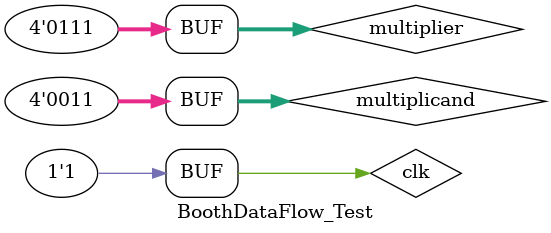
<source format=v>
`timescale 1ns / 1ps


module BoothDataFlow_Test;

	// Inputs
	reg [3:0] multiplicand;
	reg [3:0] multiplier;
	reg clk;

	// Outputs
	wire [7:0] P;

	// Instantiate the Unit Under Test (UUT)
	BoothDataFlow uut (
		.P(P), 
		.multiplicand(multiplicand), 
		.multiplier(multiplier),  
		.clk(clk)
	);

	initial begin
		// Initialize Inputs
		multiplicand = 3;
		multiplier = 7;
		clk = 0;
		#5 clk = !clk;
		// Wait 100 ns for global reset to finish
		#100;  
		// Add stimulus here
	end
	always @(posedge clk) $display("ab: %d", P);

      
endmodule


</source>
